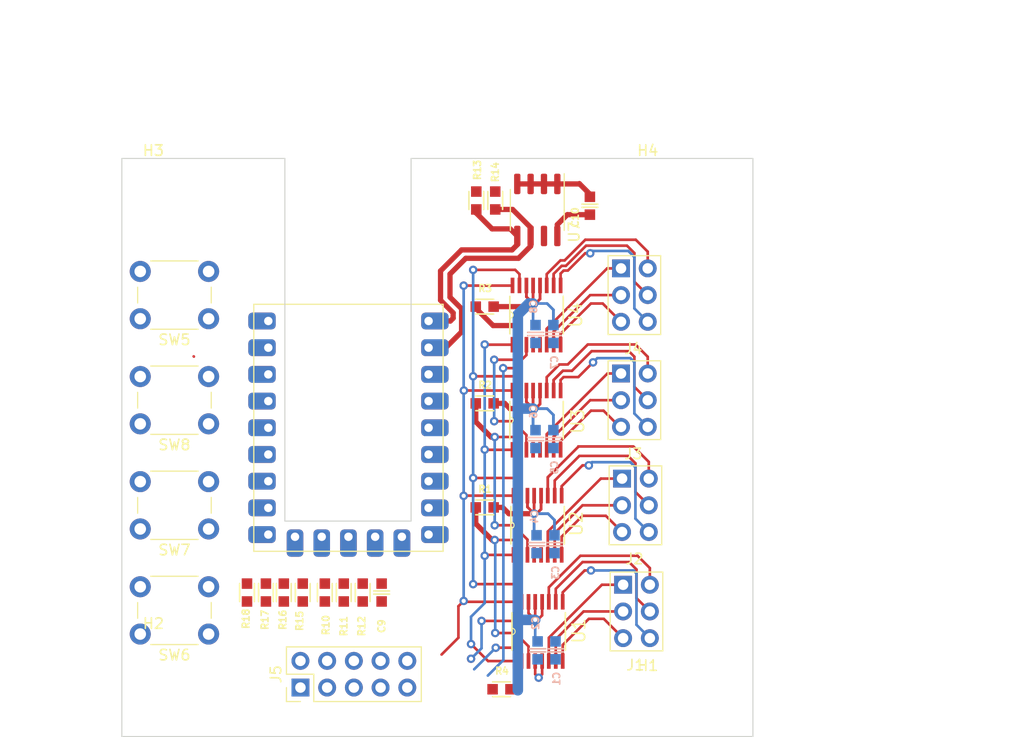
<source format=kicad_pcb>
(kicad_pcb (version 20221018) (generator pcbnew)
  (layers (0 "F.Cu" signal) (31 "B.Cu" signal) (34 "B.Paste" user) (35 "F.Paste" user) (36 "B.SilkS" user "B.Silkscreen") (37 "F.SilkS" user "F.Silkscreen") (38 "B.Mask" user) (39 "F.Mask" user) (44 "Edge.Cuts" user))
  (net 0 "")
  (net 1 "Net-(RZ1-GP29)")
  (net 2 "+3V3")
  (net 3 "Net-(R10-Pad2)")
  (net 4 "GND")
  (net 5 "Net-(RZ1-GP12)")
  (net 6 "Net-(RZ1-GP13)")
  (net 7 "Net-(RZ1-GP14)")
  (net 8 "Net-(RZ1-GP15)")
  (net 10 "/CPU_RP2040-zero/SPI0_TX")
  (net 11 "/CPU_RP2040-zero/SPI0_RX")
  (net 12 "/CPU_RP2040-zero/SPI0_CS")
  (net 13 "/CPU_RP2040-zero/SPI0_SCK")
  (net 14 "/CPU_RP2040-zero/AD_RDY")
  (net 20 "+5V")
  (net 22 "/advark_connector/SCL")
  (net 23 "Net-(U1-B1)")
  (net 24 "Net-(U1-B2)")
  (net 25 "Net-(U1-W1)")
  (net 26 "Net-(U1-W2)")
  (net 27 "Net-(U1-A1)")
  (net 28 "Net-(U1-A2)")
  (net 29 "Net-(U2-B1)")
  (net 30 "Net-(U2-B2)")
  (net 31 "Net-(U2-W1)")
  (net 32 "Net-(U2-W2)")
  (net 33 "Net-(U2-A1)")
  (net 34 "Net-(U2-A2)")
  (net 35 "Net-(U3-B1)")
  (net 36 "Net-(U3-B2)")
  (net 37 "Net-(U3-W1)")
  (net 38 "Net-(U3-W2)")
  (net 39 "Net-(U3-A1)")
  (net 40 "Net-(U3-A2)")
  (net 41 "Net-(U4-B1)")
  (net 42 "Net-(U4-B2)")
  (net 43 "Net-(U4-W1)")
  (net 44 "Net-(U4-W2)")
  (net 45 "Net-(U4-A1)")
  (net 46 "Net-(U4-A2)")
  (net 47 "/AD5235-1/SDO")
  (net 48 "/AD5235-2/SDO")
  (net 49 "/AD5235-3/SDO")
  (net 50 "/advark_connector/SDA")
  (net 51 "/CPU_RP2040-zero/I2C0_SDA")
  (net 52 "/CPU_RP2040-zero/I2C0_SCL")
  (footprint "PCM_4ms_Resistor:R_0603" (layer "F.Cu") (at 97.2 76.3 90)
    (fp_text reference "R15")
    (fp_text value "10k_0603_0.1%" hide)
  )
  (footprint "Button_Switch_THT:SW_PUSH_6mm_H4.3mm" (layer "F.Cu") (at 88.25 80.25 180)
    (fp_text reference "SW6")
    (fp_text value "SW_Push" hide)
  )
  (footprint "PCM_4ms_Capacitor:C_0603" (layer "F.Cu") (at 104.7 76.3 90)
    (fp_text reference "C9")
    (fp_text value "100nF_0603_16V" hide)
  )
  (footprint "Analog:SOP65P640X120-16N" (layer "F.Cu") (at 119.43 49.9 90)
    (fp_text reference "U4")
    (fp_text value "AD5235BRUZ250-R7" hide)
  )
  (footprint "MountingHole:MountingHole_3.2mm_M3_ISO14580" (layer "F.Cu") (at 83 87)
    (fp_text reference "H2")
    (fp_text value "MountingHole" hide)
  )
  (footprint "PCM_4ms_Resistor:R_0603" (layer "F.Cu") (at 99.3 76.3 90)
    (fp_text reference "R10")
    (fp_text value "10k_0603_0.1%" hide)
  )
  (footprint "Analog:SOP65P640X120-16N" (layer "F.Cu") (at 119.53 69.900001 90)
    (fp_text reference "U2")
    (fp_text value "AD5235BRUZ250-R7" hide)
  )
  (footprint "MountingHole:MountingHole_3.2mm_M3_ISO14580" (layer "F.Cu") (at 83 38)
    (fp_text reference "H3")
    (fp_text value "MountingHole" hide)
  )
  (footprint "PCM_4ms_Connector:Pins_2x03_2.54mm_TH" (layer "F.Cu") (at 128.83 68.000001)
    (fp_text reference "J2")
    (fp_text value "Conn_02x03" hide)
  )
  (footprint "PCM_4ms_Capacitor:C_0603" (layer "F.Cu") (at 124.5 39.5 90)
    (fp_text reference "C10")
    (fp_text value "100nF_0603_16V" hide)
  )
  (footprint "PCM_4ms_Resistor:R_0603" (layer "F.Cu") (at 102.9 76.3 90)
    (fp_text reference "R12")
    (fp_text value "10k_0603_0.1%" hide)
  )
  (footprint "PCM_4ms_Connector:Pins_2x03_2.54mm_TH" (layer "F.Cu") (at 128.93 78.100001)
    (fp_text reference "J1")
    (fp_text value "Conn_02x03" hide)
  )
  (footprint "PCM_4ms_Resistor:R_0603" (layer "F.Cu") (at 115.5 39 -90)
    (fp_text reference "R14")
    (fp_text value "4.7k_0603" hide)
  )
  (footprint "PCM_4ms_Resistor:R_0603" (layer "F.Cu") (at 95.4 76.3 90)
    (fp_text reference "R16")
    (fp_text value "10k_0603_0.1%" hide)
  )
  (footprint "Button_Switch_THT:SW_PUSH_6mm_H4.3mm" (layer "F.Cu") (at 88.25 50.25 180)
    (fp_text reference "SW5")
    (fp_text value "SW_Push" hide)
  )
  (footprint "PCM_4ms_Resistor:R_0603" (layer "F.Cu") (at 93.7 76.3 90)
    (fp_text reference "R17")
    (fp_text value "10k_0603_0.1%" hide)
  )
  (footprint "PCM_4ms_Resistor:R_0603" (layer "F.Cu") (at 114.5 49.1 180)
    (fp_text reference "R3")
    (fp_text value "2.2k_0603" hide)
  )
  (footprint "PCM_4ms_Resistor:R_0603" (layer "F.Cu") (at 91.9 76.3 90)
    (fp_text reference "R18")
    (fp_text value "10k_0603_0.1%" hide)
  )
  (footprint "MountingHole:MountingHole_3.2mm_M3_ISO14580" (layer "F.Cu") (at 130 38)
    (fp_text reference "H4")
    (fp_text value "MountingHole" hide)
  )
  (footprint "PCM_4ms_Resistor:R_0603" (layer "F.Cu") (at 116.1 85.5 180)
    (fp_text reference "R4")
    (fp_text value "2.2k_0603" hide)
  )
  (footprint "Button_Switch_THT:SW_PUSH_6mm_H4.3mm" (layer "F.Cu") (at 88.25 60.25 180)
    (fp_text reference "SW8")
    (fp_text value "SW_Push" hide)
  )
  (footprint "Analog:SOP65P640X120-16N" (layer "F.Cu") (at 119.63 80 90)
    (fp_text reference "U1")
    (fp_text value "AD5235BRUZ250-R7" hide)
  )
  (footprint "PCM_4ms_Resistor:R_0603" (layer "F.Cu") (at 113.7 39 -90)
    (fp_text reference "R13")
    (fp_text value "4.7k_0603" hide)
  )
  (footprint "PCM_4ms_Connector:Pins_2x03_2.54mm_TH" (layer "F.Cu") (at 128.73 48)
    (fp_text reference "J4")
    (fp_text value "Conn_02x03" hide)
  )
  (footprint "PCM_4ms_Resistor:R_0603" (layer "F.Cu") (at 101.1 76.3 -90)
    (fp_text reference "R11")
    (fp_text value "10k_0603_0.1%" hide)
  )
  (footprint "Package_SO:SOIC-8_3.9x4.9mm_P1.27mm" (layer "F.Cu") (at 119.5 39.9 -90)
    (fp_text reference "U7")
    (fp_text value "M24C02-WMN" hide)
  )
  (footprint "PCM_4ms_Resistor:R_0603" (layer "F.Cu") (at 114.5 58.3 180)
    (fp_text reference "R2")
    (fp_text value "2.2k_0603" hide)
  )
  (footprint "Button_Switch_THT:SW_PUSH_6mm_H4.3mm" (layer "F.Cu") (at 88.25 70.25 180)
    (fp_text reference "SW7")
    (fp_text value "SW_Push" hide)
  )
  (footprint "Boards:RP2040-Zero" (layer "F.Cu") (at 91.385 73.325)
    (fp_text reference "RZ1")
    (fp_text value "RP2040-Zero" hide)
  )
  (footprint "PCM_4ms_Connector:Pins_2x03_2.54mm_TH" (layer "F.Cu") (at 128.73 58.000001)
    (fp_text reference "J3")
    (fp_text value "Conn_02x03" hide)
  )
  (footprint "Connector_PinHeader_2.54mm:PinHeader_2x05_P2.54mm_Vertical" (layer "F.Cu") (at 96.98 85.34 90)
    (fp_text reference "J5")
    (fp_text value "Conn_02x05_Odd_Even" hide)
  )
  (footprint "MountingHole:MountingHole_3.2mm_M3_ISO14580" (layer "F.Cu") (at 130 87)
    (fp_text reference "H1")
    (fp_text value "MountingHole" hide)
  )
  (footprint "PCM_4ms_Resistor:R_0603" (layer "F.Cu") (at 114.5 68.2 180)
    (fp_text reference "R1")
    (fp_text value "2.2k_0603" hide)
  )
  (footprint "Analog:SOP65P640X120-16N" (layer "F.Cu") (at 119.43 59.900001 90)
    (fp_text reference "U3")
    (fp_text value "AD5235BRUZ250-R7" hide)
  )
  (footprint "PCM_4ms_Capacitor:C_0603" (layer "B.Cu") (at 121.03 61.700001 -90)
    (fp_text reference "C5")
    (fp_text value "100nF_0603_16V" hide)
  )
  (footprint "PCM_4ms_Capacitor:C_0603" (layer "B.Cu") (at 119.330001 51.7 -90)
    (fp_text reference "C8")
    (fp_text value "1uF_0603_25V" hide)
  )
  (footprint "PCM_4ms_Capacitor:C_0603" (layer "B.Cu") (at 119.330001 61.700001 -90)
    (fp_text reference "C6")
    (fp_text value "1uF_0603_25V" hide)
  )
  (footprint "PCM_4ms_Capacitor:C_0603" (layer "B.Cu") (at 121.23 81.8 -90)
    (fp_text reference "C1")
    (fp_text value "100nF_0603_16V" hide)
  )
  (footprint "PCM_4ms_Capacitor:C_0603" (layer "B.Cu") (at 121.03 51.7 -90)
    (fp_text reference "C7")
    (fp_text value "100nF_0603_16V" hide)
  )
  (footprint "PCM_4ms_Capacitor:C_0603" (layer "B.Cu") (at 119.430001 71.700001 -90)
    (fp_text reference "C4")
    (fp_text value "1uF_0603_25V" hide)
  )
  (footprint "PCM_4ms_Capacitor:C_0603" (layer "B.Cu") (at 121.13 71.700001 -90)
    (fp_text reference "C3")
    (fp_text value "100nF_0603_16V" hide)
  )
  (footprint "PCM_4ms_Capacitor:C_0603" (layer "B.Cu") (at 119.53 81.8 -90)
    (fp_text reference "C2")
    (fp_text value "1uF_0603_25V" hide)
  )
  (gr_line (start 95.5 35) (end 80 35) (stroke (width 0.1)) (layer "Edge.Cuts"))
  (gr_line (start 80 35) (end 80 90) (stroke (width 0.1)) (layer "Edge.Cuts"))
  (gr_line (start 95.5 69.5) (end 95.5 35) (stroke (width 0.1)) (layer "Edge.Cuts"))
  (gr_line (start 80 90) (end 140 90) (stroke (width 0.1)) (layer "Edge.Cuts"))
  (gr_line (start 107.5 69.5) (end 107.5 35) (stroke (width 0.1)) (layer "Edge.Cuts"))
  (gr_line (start 95.5 69.5) (end 107.5 69.5) (stroke (width 0.1)) (layer "Edge.Cuts"))
  (gr_line (start 140 90) (end 140 35) (stroke (width 0.1)) (layer "Edge.Cuts"))
  (gr_line (start 140 35) (end 107.5 35) (stroke (width 0.1)) (layer "Edge.Cuts"))
  (segment (start 121.405 41.295) (end 122.35 40.35) (width 0.5) (layer "F.Cu") (net 2))
  (segment (start 121.405 42.375) (end 121.405 41.295) (width 0.5) (layer "F.Cu") (net 2))
  (segment (start 122.35 40.35) (end 124.5 40.35) (width 0.5) (layer "F.Cu") (net 2))
  (segment (start 119.9602 84.0698) (end 119.63 84.4) (width 0.25) (layer "F.Cu") (net 4))
  (segment (start 119.2998 84.0698) (end 119.63 84.4) (width 0.25) (layer "F.Cu") (net 4))
  (segment (start 124.5 38.4) (end 124.5 38.65) (width 0.5) (layer "F.Cu") (net 4))
  (segment (start 119.2998 82.8194) (end 119.2998 84.0698) (width 0.25) (layer "F.Cu") (net 4))
  (segment (start 117.595 37.425) (end 123.475 37.425) (width 0.5) (layer "F.Cu") (net 4))
  (segment (start 123.5 37.4) (end 124.5 38.4) (width 0.5) (layer "F.Cu") (net 4))
  (segment (start 123.475 37.425) (end 123.5 37.4) (width 0.5) (layer "F.Cu") (net 4))
  (segment (start 119.9602 82.8194) (end 119.9602 84.0698) (width 0.25) (layer "F.Cu") (net 4))
  (via (at 119.63 84.4) (size 0.8) (drill 0.4) (layers "F.Cu" "B.Cu") (net 4))
  (segment (start 117.2208 54.95) (end 116.25 54.95) (width 0.25) (layer "F.Cu") (net 10))
  (segment (start 118.4648 52.7194) (end 118.4648 53.706) (width 0.25) (layer "F.Cu") (net 10))
  (segment (start 116.25 54.95) (end 116.3 54.95) (width 0.25) (layer "F.Cu") (net 10))
  (segment (start 118.4648 53.706) (end 117.2208 54.95) (width 0.25) (layer "F.Cu") (net 10))
  (via (at 116.25 54.95) (size 0.8) (drill 0.4) (layers "F.Cu" "B.Cu") (net 10))
  (segment (start 116.25 54.95) (end 116.275 54.975) (width 0.25) (layer "B.Cu") (net 10))
  (segment (start 116.275 54.975) (end 116.275 82.725) (width 0.25) (layer "B.Cu") (net 10))
  (segment (start 116.275 82.725) (end 114.8 84.2) (width 0.25) (layer "B.Cu") (net 10))
  (segment (start 117.7216 81.55) (end 115.55 81.55) (width 0.25) (layer "F.Cu") (net 11))
  (segment (start 118.0044 82.8194) (end 118.0044 81.8328) (width 0.25) (layer "F.Cu") (net 11))
  (segment (start 118.0044 81.8328) (end 117.7216 81.55) (width 0.25) (layer "F.Cu") (net 11))
  (via (at 115.55 81.55) (size 0.8) (drill 0.4) (layers "F.Cu" "B.Cu") (net 11))
  (segment (start 115.55 81.55) (end 113.5 83.6) (width 0.25) (layer "B.Cu") (net 11))
  (segment (start 113.4 75.5) (end 117.6 75.5) (width 0.25) (layer "F.Cu") (net 12))
  (segment (start 118.0044 75.9044) (end 118.0044 77.1806) (width 0.25) (layer "F.Cu") (net 12))
  (segment (start 113 82.8) (end 113.2 82.6) (width 0.25) (layer "F.Cu") (net 12))
  (segment (start 117.352799 55.725) (end 117.8044 56.176601) (width 0.25) (layer "F.Cu") (net 12))
  (segment (start 113.4 45.6) (end 117.4 45.6) (width 0.25) (layer "F.Cu") (net 12))
  (segment (start 117.210399 65.4) (end 117.9044 66.094001) (width 0.25) (layer "F.Cu") (net 12))
  (segment (start 113.375 55.725) (end 113.2 55.9) (width 0.25) (layer "F.Cu") (net 12))
  (segment (start 117.8044 46.0044) (end 117.8044 47.0806) (width 0.25) (layer "F.Cu") (net 12))
  (segment (start 113.4 55.725) (end 113.375 55.725) (width 0.25) (layer "F.Cu") (net 12))
  (segment (start 118.0044 77.1806) (end 118.0044 78.3956) (width 0.25) (layer "F.Cu") (net 12))
  (segment (start 117.8044 56.176601) (end 117.8044 57.080601) (width 0.25) (layer "F.Cu") (net 12))
  (segment (start 117.9044 66.094001) (end 117.9044 67.080601) (width 0.25) (layer "F.Cu") (net 12))
  (segment (start 117.4 79) (end 114.2 79) (width 0.25) (layer "F.Cu") (net 12))
  (segment (start 113.4 65.4) (end 117.210399 65.4) (width 0.25) (layer "F.Cu") (net 12))
  (segment (start 117.4 45.6) (end 117.8044 46.0044) (width 0.25) (layer "F.Cu") (net 12))
  (segment (start 118.0044 78.3956) (end 117.4 79) (width 0.25) (layer "F.Cu") (net 12))
  (segment (start 113.4 55.725) (end 117.352799 55.725) (width 0.25) (layer "F.Cu") (net 12))
  (segment (start 117.6 75.5) (end 118.0044 75.9044) (width 0.25) (layer "F.Cu") (net 12))
  (via (at 113.4 55.725) (size 0.8) (drill 0.4) (layers "F.Cu" "B.Cu") (net 12))
  (via (at 114.2 79) (size 0.8) (drill 0.4) (layers "F.Cu" "B.Cu") (net 12))
  (via (at 113.2 82.6) (size 0.8) (drill 0.4) (layers "F.Cu" "B.Cu") (net 12))
  (via (at 113.4 75.5) (size 0.8) (drill 0.4) (layers "F.Cu" "B.Cu") (net 12))
  (via (at 113.4 65.4) (size 0.8) (drill 0.4) (layers "F.Cu" "B.Cu") (net 12))
  (via (at 113.4 45.6) (size 0.8) (drill 0.4) (layers "F.Cu" "B.Cu") (net 12))
  (segment (start 114.2 79) (end 114.2 81.6) (width 0.25) (layer "B.Cu") (net 12))
  (segment (start 113.4 75.5) (end 113.4 55.725) (width 0.25) (layer "B.Cu") (net 12))
  (segment (start 114.2 81.6) (end 113.2 82.6) (width 0.25) (layer "B.Cu") (net 12))
  (segment (start 113.4 45.6) (end 113.4 55.725) (width 0.25) (layer "B.Cu") (net 12))
  (segment (start 114.8194 82.8194) (end 117.344 82.8194) (width 0.25) (layer "F.Cu") (net 13))
  (segment (start 114.580599 72.719401) (end 117.244 72.719401) (width 0.25) (layer "F.Cu") (net 13))
  (segment (start 113.2 81.2) (end 114.8194 82.8194) (width 0.25) (layer "F.Cu") (net 13))
  (segment (start 114.5 72.8) (end 114.580599 72.719401) (width 0.25) (layer "F.Cu") (net 13))
  (segment (start 114.519401 62.719401) (end 117.144 62.719401) (width 0.25) (layer "F.Cu") (net 13))
  (segment (start 114.5194 52.7194) (end 114.5 52.7) (width 0.25) (layer "F.Cu") (net 13))
  (segment (start 114.5 62.7) (end 114.519401 62.719401) (width 0.25) (layer "F.Cu") (net 13))
  (segment (start 117.144 52.7194) (end 114.5194 52.7194) (width 0.25) (layer "F.Cu") (net 13))
  (via (at 113.2 81.2) (size 0.8) (drill 0.4) (layers "F.Cu" "B.Cu") (net 13))
  (via (at 114.5 52.7) (size 0.8) (drill 0.4) (layers "F.Cu" "B.Cu") (net 13))
  (via (at 114.5 72.8) (size 0.8) (drill 0.4) (layers "F.Cu" "B.Cu") (net 13))
  (via (at 114.5 62.7) (size 0.8) (drill 0.4) (layers "F.Cu" "B.Cu") (net 13))
  (segment (start 114.5 77.3) (end 114.5 72.8) (width 0.25) (layer "B.Cu") (net 13))
  (segment (start 114.5 62.7) (end 114.5 72.8) (width 0.25) (layer "B.Cu") (net 13))
  (segment (start 113.2 81.2) (end 113.2 78.6) (width 0.25) (layer "B.Cu") (net 13))
  (segment (start 113.2 78.6) (end 114.5 77.3) (width 0.25) (layer "B.Cu") (net 13))
  (segment (start 114.5 52.7) (end 114.5 62.7) (width 0.25) (layer "B.Cu") (net 13))
  (segment (start 112.519399 67.080601) (end 112.5 67.1) (width 0.25) (layer "F.Cu") (net 14))
  (segment (start 117.244 67.080601) (end 112.519399 67.080601) (width 0.25) (layer "F.Cu") (net 14))
  (segment (start 117.144 47.0806) (end 117.1246 47.1) (width 0.25) (layer "F.Cu") (net 14))
  (segment (start 112.519399 57.080601) (end 117.144 57.080601) (width 0.25) (layer "F.Cu") (net 14))
  (segment (start 112.5806 77.1806) (end 112.5 77.1) (width 0.25) (layer "F.Cu") (net 14))
  (segment (start 117.1246 47.1) (end 112.5 47.1) (width 0.25) (layer "F.Cu") (net 14))
  (segment (start 112 80.6) (end 110.4 82.2) (width 0.25) (layer "F.Cu") (net 14))
  (segment (start 112.5 77.1) (end 112 77.6) (width 0.25) (layer "F.Cu") (net 14))
  (segment (start 86.8306 53.8306) (end 86.85 53.85) (width 0.25) (layer "F.Cu") (net 14))
  (segment (start 112 77.6) (end 112 80.6) (width 0.25) (layer "F.Cu") (net 14))
  (segment (start 117.344 77.1806) (end 112.5806 77.1806) (width 0.25) (layer "F.Cu") (net 14))
  (via (at 112.519399 57.080601) (size 0.8) (drill 0.4) (layers "F.Cu" "B.Cu") (net 14))
  (via (at 112.5 77.1) (size 0.8) (drill 0.4) (layers "F.Cu" "B.Cu") (net 14))
  (via (at 112.5 67.1) (size 0.8) (drill 0.4) (layers "F.Cu" "B.Cu") (net 14))
  (via (at 112.5 47.1) (size 0.8) (drill 0.4) (layers "F.Cu" "B.Cu") (net 14))
  (segment (start 112.5 47.1) (end 112.5 57.061202) (width 0.25) (layer "B.Cu") (net 14))
  (segment (start 112.519399 57.080601) (end 112.5 57.1) (width 0.25) (layer "B.Cu") (net 14))
  (segment (start 112.5 57.061202) (end 112.519399 57.080601) (width 0.25) (layer "B.Cu") (net 14))
  (segment (start 112.5 67.1) (end 112.5 77.1) (width 0.25) (layer "B.Cu") (net 14))
  (segment (start 112.5 57.1) (end 112.5 67.1) (width 0.25) (layer "B.Cu") (net 14))
  (segment (start 119.0998 58.800001) (end 118.4648 58.165001) (width 0.25) (layer "F.Cu") (net 20))
  (segment (start 119.1998 68.800001) (end 119.43 68.800001) (width 0.25) (layer "F.Cu") (net 20))
  (segment (start 119.0998 48.8) (end 119.0998 47.0806) (width 0.25) (layer "F.Cu") (net 20))
  (segment (start 119.0998 58.800001) (end 119.0998 57.080601) (width 0.25) (layer "F.Cu") (net 20))
  (segment (start 119.1998 68.800001) (end 118.5648 68.165001) (width 0.25) (layer "F.Cu") (net 20))
  (segment (start 119.2998 78.9) (end 119.2998 77.1806) (width 0.25) (layer "F.Cu") (net 20))
  (segment (start 119.7602 58.369801) (end 119.7602 57.080601) (width 0.25) (layer "F.Cu") (net 20))
  (segment (start 118.4648 48.165) (end 118.4648 47.0806) (width 0.25) (layer "F.Cu") (net 20))
  (segment (start 118.4648 48.165) (end 118.4648 47.0806) (width 0.25) (layer "F.Cu") (net 20))
  (segment (start 115.35 58.3) (end 116.4 58.3) (width 0.5) (layer "F.Cu") (net 20))
  (segment (start 119.0998 48.8) (end 118.4648 48.165) (width 0.25) (layer "F.Cu") (net 20))
  (segment (start 119.7602 48.3698) (end 119.7602 47.0806) (width 0.25) (layer "F.Cu") (net 20))
  (segment (start 115.35 49.1) (end 118.7998 49.1) (width 0.5) (layer "F.Cu") (net 20))
  (segment (start 116.4 58.3) (end 116.9 58.8) (width 0.5) (layer "F.Cu") (net 20))
  (segment (start 118.4648 58.165001) (end 118.4648 57.080601) (width 0.25) (layer "F.Cu") (net 20))
  (segment (start 116.2 68.2) (end 116.8 68.8) (width 0.5) (layer "F.Cu") (net 20))
  (segment (start 118.7998 49.1) (end 119.0998 48.8) (width 0.5) (layer "F.Cu") (net 20))
  (segment (start 118.999801 58.9) (end 119.0998 58.800001) (width 0.25) (layer "F.Cu") (net 20))
  (segment (start 119.0998 58.800001) (end 119.33 58.800001) (width 0.25) (layer "F.Cu") (net 20))
  (segment (start 119.33 58.800001) (end 119.7602 58.369801) (width 0.25) (layer "F.Cu") (net 20))
  (segment (start 119.0998 58.800001) (end 119.0998 57.080601) (width 0.25) (layer "F.Cu") (net 20))
  (segment (start 119.1998 68.800001) (end 119.1998 67.080601) (width 0.25) (layer "F.Cu") (net 20))
  (segment (start 119.1998 68.800001) (end 119.43 68.800001) (width 0.25) (layer "F.Cu") (net 20))
  (segment (start 119.33 48.8) (end 119.7602 48.3698) (width 0.25) (layer "F.Cu") (net 20))
  (segment (start 119.0998 48.8) (end 119.33 48.8) (width 0.25) (layer "F.Cu") (net 20))
  (segment (start 119.0998 48.8) (end 119.0998 47.0806) (width 0.25) (layer "F.Cu") (net 20))
  (segment (start 119.7602 58.369801) (end 119.7602 57.080601) (width 0.25) (layer "F.Cu") (net 20))
  (segment (start 118.6648 78.265) (end 118.6648 77.1806) (width 0.25) (layer "F.Cu") (net 20))
  (segment (start 119.9602 78.4698) (end 119.9602 77.1806) (width 0.25) (layer "F.Cu") (net 20))
  (segment (start 119.33 58.800001) (end 119.7602 58.369801) (width 0.25) (layer "F.Cu") (net 20))
  (segment (start 119.2998 78.9) (end 119.53 78.9) (width 0.25) (layer "F.Cu") (net 20))
  (segment (start 116.8 68.8) (end 119.1998 68.800001) (width 0.5) (layer "F.Cu") (net 20))
  (segment (start 119.43 68.800001) (end 119.8602 68.369801) (width 0.25) (layer "F.Cu") (net 20))
  (segment (start 118.5648 68.165001) (end 118.5648 67.080601) (width 0.25) (layer "F.Cu") (net 20))
  (segment (start 119.8602 68.369801) (end 119.8602 67.080601) (width 0.25) (layer "F.Cu") (net 20))
  (segment (start 119.7602 48.3698) (end 119.7602 47.0806) (width 0.25) (layer "F.Cu") (net 20))
  (segment (start 119.33 48.8) (end 119.7602 48.3698) (width 0.25) (layer "F.Cu") (net 20))
  (segment (start 119.43 68.800001) (end 119.8602 68.369801) (width 0.25) (layer "F.Cu") (net 20))
  (segment (start 119.1998 68.800001) (end 119.1998 67.080601) (width 0.25) (layer "F.Cu") (net 20))
  (segment (start 119.0998 48.8) (end 119.33 48.8) (width 0.25) (layer "F.Cu") (net 20))
  (segment (start 118.4648 58.165001) (end 118.4648 57.080601) (width 0.25) (layer "F.Cu") (net 20))
  (segment (start 119.0998 58.800001) (end 119.33 58.800001) (width 0.25) (layer "F.Cu") (net 20))
  (segment (start 119.53 78.9) (end 119.9602 78.4698) (width 0.25) (layer "F.Cu") (net 20))
  (segment (start 116.9 58.8) (end 119.0998 58.800001) (width 0.5) (layer "F.Cu") (net 20))
  (segment (start 119.0998 58.800001) (end 118.4648 58.165001) (width 0.25) (layer "F.Cu") (net 20))
  (segment (start 119.8602 68.369801) (end 119.8602 67.080601) (width 0.25) (layer "F.Cu") (net 20))
  (segment (start 119.0998 48.8) (end 118.4648 48.165) (width 0.25) (layer "F.Cu") (net 20))
  (segment (start 119.2998 78.9) (end 118.6648 78.265) (width 0.25) (layer "F.Cu") (net 20))
  (segment (start 119.1998 68.800001) (end 118.5648 68.165001) (width 0.25) (layer "F.Cu") (net 20))
  (segment (start 115.35 68.2) (end 116.2 68.2) (width 0.5) (layer "F.Cu") (net 20))
  (segment (start 118.5648 68.165001) (end 118.5648 67.080601) (width 0.25) (layer "F.Cu") (net 20))
  (via (at 119.0998 48.8) (size 0.8) (drill 0.4) (layers "F.Cu" "B.Cu") (net 20))
  (via (at 119.0998 58.800001) (size 0.8) (drill 0.4) (layers "F.Cu" "B.Cu") (net 20))
  (via (at 119.2998 78.9) (size 0.8) (drill 0.4) (layers "F.Cu" "B.Cu") (net 20))
  (via (at 119.0998 58.800001) (size 0.8) (drill 0.4) (layers "F.Cu" "B.Cu") (net 20))
  (via (at 119.1998 68.800001) (size 0.8) (drill 0.4) (layers "F.Cu" "B.Cu") (net 20))
  (via (at 119.0998 48.8) (size 0.8) (drill 0.4) (layers "F.Cu" "B.Cu") (net 20))
  (via (at 119.1998 68.800001) (size 0.8) (drill 0.4) (layers "F.Cu" "B.Cu") (net 20))
  (segment (start 119.0998 48.8) (end 119.0998 50.6198) (width 0.25) (layer "B.Cu") (net 20))
  (segment (start 117.65 79.2) (end 117.95 78.9) (width 1) (layer "B.Cu") (net 20))
  (segment (start 119.1998 68.800001) (end 120.53 68.800001) (width 0.25) (layer "B.Cu") (net 20))
  (segment (start 121.13 69.400001) (end 121.13 70.850001) (width 0.25) (layer "B.Cu") (net 20))
  (segment (start 119.0998 48.8) (end 118.7 48.8) (width 1) (layer "B.Cu") (net 20))
  (segment (start 120.43 58.800001) (end 121.03 59.400001) (width 0.25) (layer "B.Cu") (net 20))
  (segment (start 121.03 59.400001) (end 121.03 60.850001) (width 0.25) (layer "B.Cu") (net 20))
  (segment (start 120.53 68.800001) (end 121.13 69.400001) (width 0.25) (layer "B.Cu") (net 20))
  (segment (start 119.0998 60.619801) (end 119.33 60.850001) (width 0.25) (layer "B.Cu") (net 20))
  (segment (start 119.0998 48.8) (end 120.43 48.8) (width 0.25) (layer "B.Cu") (net 20))
  (segment (start 120.43 58.800001) (end 121.03 59.400001) (width 0.25) (layer "B.Cu") (net 20))
  (segment (start 117.65 79.2) (end 117.65 85.6) (width 1) (layer "B.Cu") (net 20))
  (segment (start 119.0998 50.6198) (end 119.33 50.85) (width 0.25) (layer "B.Cu") (net 20))
  (segment (start 119.1998 70.619801) (end 119.43 70.850001) (width 0.25) (layer "B.Cu") (net 20))
  (segment (start 119.1998 68.800001) (end 119.1998 70.619801) (width 0.25) (layer "B.Cu") (net 20))
  (segment (start 119.0998 60.619801) (end 119.33 60.850001) (width 0.25) (layer "B.Cu") (net 20))
  (segment (start 119.2998 80.7198) (end 119.53 80.95) (width 0.25) (layer "B.Cu") (net 20))
  (segment (start 117.65 49.85) (end 117.65 58.8) (width 1) (layer "B.Cu") (net 20))
  (segment (start 121.03 49.4) (end 121.03 50.85) (width 0.25) (layer "B.Cu") (net 20))
  (segment (start 121.13 69.400001) (end 121.13 70.850001) (width 0.25) (layer "B.Cu") (net 20))
  (segment (start 119.0998 50.6198) (end 119.33 50.85) (width 0.25) (layer "B.Cu") (net 20))
  (segment (start 117.95 78.9) (end 119.2998 78.9) (width 1) (layer "B.Cu") (net 20))
  (segment (start 119.0998 58.800001) (end 119.0998 60.619801) (width 0.25) (layer "B.Cu") (net 20))
  (segment (start 120.43 48.8) (end 121.03 49.4) (width 0.25) (layer "B.Cu") (net 20))
  (segment (start 117.65 58.8) (end 117.65 79.2) (width 1) (layer "B.Cu") (net 20))
  (segment (start 120.43 48.8) (end 121.03 49.4) (width 0.25) (layer "B.Cu") (net 20))
  (segment (start 119.1998 68.800001) (end 120.53 68.800001) (width 0.25) (layer "B.Cu") (net 20))
  (segment (start 119.0998 58.800001) (end 120.43 58.800001) (width 0.25) (layer "B.Cu") (net 20))
  (segment (start 119.2998 78.9) (end 119.2998 80.7198) (width 0.25) (layer "B.Cu") (net 20))
  (segment (start 118.7 48.8) (end 117.65 49.85) (width 1) (layer "B.Cu") (net 20))
  (segment (start 121.03 49.4) (end 121.03 50.85) (width 0.25) (layer "B.Cu") (net 20))
  (segment (start 117.65 58.8) (end 119.099799 58.8) (width 1) (layer "B.Cu") (net 20))
  (segment (start 119.099799 58.8) (end 119.0998 58.800001) (width 1) (layer "B.Cu") (net 20))
  (segment (start 121.03 59.400001) (end 121.03 60.850001) (width 0.25) (layer "B.Cu") (net 20))
  (segment (start 119.1998 68.800001) (end 119.1998 70.619801) (width 0.25) (layer "B.Cu") (net 20))
  (segment (start 120.53 68.800001) (end 121.13 69.400001) (width 0.25) (layer "B.Cu") (net 20))
  (segment (start 119.0998 58.800001) (end 120.43 58.800001) (width 0.25) (layer "B.Cu") (net 20))
  (segment (start 119.1998 70.619801) (end 119.43 70.850001) (width 0.25) (layer "B.Cu") (net 20))
  (segment (start 119.0998 58.800001) (end 119.0998 60.619801) (width 0.25) (layer "B.Cu") (net 20))
  (segment (start 125.819999 78.8) (end 127.66 80.640001) (width 0.25) (layer "F.Cu") (net 23))
  (segment (start 121.916 81.284) (end 124.4 78.8) (width 0.25) (layer "F.Cu") (net 23))
  (segment (start 124.4 78.8) (end 125.819999 78.8) (width 0.25) (layer "F.Cu") (net 23))
  (segment (start 121.916 82.8194) (end 121.916 81.284) (width 0.25) (layer "F.Cu") (net 23))
  (segment (start 121.916 76.284) (end 124 74.2) (width 0.25) (layer "F.Cu") (net 24))
  (segment (start 124 74.2) (end 124.6 74.2) (width 0.25) (layer "F.Cu") (net 24))
  (segment (start 121.916 77.1806) (end 121.916 76.284) (width 0.25) (layer "F.Cu") (net 24))
  (via (at 124.6 74.2) (size 0.8) (drill 0.4) (layers "F.Cu" "B.Cu") (net 24))
  (segment (start 128.93 74.480001) (end 128.649999 74.2) (width 0.25) (layer "B.Cu") (net 24))
  (segment (start 124.4 74.2) (end 124.4 74.2) (width 0.25) (layer "B.Cu") (net 24))
  (segment (start 128.649999 74.2) (end 124.6 74.2) (width 0.25) (layer "B.Cu") (net 24))
  (segment (start 128.93 79.370001) (end 128.93 74.480001) (width 0.25) (layer "B.Cu") (net 24))
  (segment (start 124.6 74.2) (end 124.4 74.2) (width 0.25) (layer "B.Cu") (net 24))
  (segment (start 130.2 80.640001) (end 128.93 79.370001) (width 0.25) (layer "B.Cu") (net 24))
  (segment (start 121.2556 82.8194) (end 121.2556 80.7444) (width 0.25) (layer "F.Cu") (net 25))
  (segment (start 123.899999 78.100001) (end 127.66 78.100001) (width 0.25) (layer "F.Cu") (net 25))
  (segment (start 121.2556 80.7444) (end 123.899999 78.100001) (width 0.25) (layer "F.Cu") (net 25))
  (segment (start 128.93 74.100001) (end 128.23 73.400001) (width 0.25) (layer "F.Cu") (net 26))
  (segment (start 128.23 73.400001) (end 123.799999 73.400001) (width 0.25) (layer "F.Cu") (net 26))
  (segment (start 128.93 76.830001) (end 128.93 74.100001) (width 0.25) (layer "F.Cu") (net 26))
  (segment (start 123.799999 73.400001) (end 121.2556 75.9444) (width 0.25) (layer "F.Cu") (net 26))
  (segment (start 130.2 78.100001) (end 128.93 76.830001) (width 0.25) (layer "F.Cu") (net 26))
  (segment (start 121.2556 75.9444) (end 121.2556 77.1806) (width 0.25) (layer "F.Cu") (net 26))
  (segment (start 120.5952 82.8194) (end 120.5952 80.6048) (width 0.25) (layer "F.Cu") (net 27))
  (segment (start 127.66 75.560001) (end 127.66 75.870001) (width 0.25) (layer "F.Cu") (net 27))
  (segment (start 125.639999 75.560001) (end 127.66 75.560001) (width 0.25) (layer "F.Cu") (net 27))
  (segment (start 120.5952 80.6048) (end 125.639999 75.560001) (width 0.25) (layer "F.Cu") (net 27))
  (segment (start 130.2 75.560001) (end 130.2 73.970001) (width 0.25) (layer "F.Cu") (net 28))
  (segment (start 129.03 72.800001) (end 123.599999 72.800001) (width 0.25) (layer "F.Cu") (net 28))
  (segment (start 130.2 73.970001) (end 129.03 72.800001) (width 0.25) (layer "F.Cu") (net 28))
  (segment (start 123.599999 72.800001) (end 120.5952 75.8048) (width 0.25) (layer "F.Cu") (net 28))
  (segment (start 120.5952 75.8048) (end 120.5952 77.1806) (width 0.25) (layer "F.Cu") (net 28))
  (segment (start 123.8 69) (end 121.816 70.984) (width 0.25) (layer "F.Cu") (net 29))
  (segment (start 121.816 70.984) (end 121.816 72.719401) (width 0.25) (layer "F.Cu") (net 29))
  (segment (start 126.019999 69) (end 123.8 69) (width 0.25) (layer "F.Cu") (net 29))
  (segment (start 127.56 70.540001) (end 126.019999 69) (width 0.25) (layer "F.Cu") (net 29))
  (segment (start 124.4 64.2) (end 123.8 64.2) (width 0.25) (layer "F.Cu") (net 30))
  (segment (start 121.816 66.184) (end 121.816 67.080601) (width 0.25) (layer "F.Cu") (net 30))
  (segment (start 123.8 64.2) (end 121.816 66.184) (width 0.25) (layer "F.Cu") (net 30))
  (via (at 124.4 64.2) (size 0.8) (drill 0.4) (layers "F.Cu" "B.Cu") (net 30))
  (via (at 124.4 64.2) (size 0.8) (drill 0.4) (layers "F.Cu" "B.Cu") (net 30))
  (segment (start 128.83 69.270002) (end 130.1 70.540002) (width 0.25) (layer "B.Cu") (net 30))
  (segment (start 124.4 64.2) (end 124.699998 63.900002) (width 0.25) (layer "B.Cu") (net 30))
  (segment (start 128.83 64.380002) (end 128.83 69.270002) (width 0.25) (layer "B.Cu") (net 30))
  (segment (start 128.35 63.900002) (end 128.83 64.380002) (width 0.25) (layer "B.Cu") (net 30))
  (segment (start 124.699998 63.900002) (end 128.35 63.900002) (width 0.25) (layer "B.Cu") (net 30))
  (segment (start 123.799999 68.000001) (end 127.56 68.000001) (width 0.25) (layer "F.Cu") (net 31))
  (segment (start 121.1556 70.6444) (end 123.799999 68.000001) (width 0.25) (layer "F.Cu") (net 31))
  (segment (start 121.1556 72.719401) (end 121.1556 70.6444) (width 0.25) (layer "F.Cu") (net 31))
  (segment (start 121.1556 65.6444) (end 123.499998 63.300002) (width 0.25) (layer "F.Cu") (net 32))
  (segment (start 128.83 66.730002) (end 130.1 68.000002) (width 0.25) (layer "F.Cu") (net 32))
  (segment (start 128.83 64.000002) (end 128.83 66.730002) (width 0.25) (layer "F.Cu") (net 32))
  (segment (start 121.1556 67.080601) (end 121.1556 65.6444) (width 0.25) (layer "F.Cu") (net 32))
  (segment (start 123.499998 63.300002) (end 128.13 63.300002) (width 0.25) (layer "F.Cu") (net 32))
  (segment (start 128.13 63.300002) (end 128.83 64.000002) (width 0.25) (layer "F.Cu") (net 32))
  (segment (start 125.539999 65.460001) (end 120.4952 70.5048) (width 0.25) (layer "F.Cu") (net 33))
  (segment (start 127.56 65.460002) (end 127.56 65.770002) (width 0.25) (layer "F.Cu") (net 33))
  (segment (start 127.56 65.460001) (end 125.539999 65.460001) (width 0.25) (layer "F.Cu") (net 33))
  (segment (start 127.56 65.460002) (end 127.56 65.770002) (width 0.25) (layer "F.Cu") (net 33))
  (segment (start 120.4952 70.5048) (end 120.4952 72.719401) (width 0.25) (layer "F.Cu") (net 33))
  (segment (start 128.629998 62.4) (end 130.1 63.870002) (width 0.25) (layer "F.Cu") (net 34))
  (segment (start 123.4 62.430001) (end 123.4 62.4) (width 0.25) (layer "F.Cu") (net 34))
  (segment (start 130.1 63.870002) (end 130.1 65.460002) (width 0.25) (layer "F.Cu") (net 34))
  (segment (start 123.4 62.4) (end 128.629998 62.4) (width 0.25) (layer "F.Cu") (net 34))
  (segment (start 121.13 64.700001) (end 120.4952 65.334801) (width 0.25) (layer "F.Cu") (net 34))
  (segment (start 120.4952 67.080601) (end 120.4952 65.334801) (width 0.25) (layer "F.Cu") (net 34))
  (segment (start 120.4952 65.334801) (end 120.4952 67.080601) (width 0.25) (layer "F.Cu") (net 34))
  (segment (start 120.4952 65.334801) (end 123.4 62.430001) (width 0.25) (layer "F.Cu") (net 34))
  (segment (start 127.46 60.66) (end 125.8 59) (width 0.25) (layer "F.Cu") (net 35))
  (segment (start 121.716 61.884) (end 121.716 62.719401) (width 0.25) (layer "F.Cu") (net 35))
  (segment (start 125.8 59) (end 124.6 59) (width 0.25) (layer "F.Cu") (net 35))
  (segment (start 124.6 59) (end 121.716 61.884) (width 0.25) (layer "F.Cu") (net 35))
  (segment (start 121.716 57.080601) (end 121.716 56.084) (width 0.25) (layer "F.Cu") (net 36))
  (segment (start 121.716 56.084) (end 122 55.8) (width 0.25) (layer "F.Cu") (net 36))
  (segment (start 121.716 56.814001) (end 121.716 57.080601) (width 0.25) (layer "F.Cu") (net 36))
  (segment (start 123.4 55.8) (end 124.8 54.4) (width 0.25) (layer "F.Cu") (net 36))
  (segment (start 122 55.8) (end 123.4 55.8) (width 0.25) (layer "F.Cu") (net 36))
  (via (at 124.8 54.4) (size 0.8) (drill 0.4) (layers "F.Cu" "B.Cu") (net 36))
  (segment (start 128.73 54.380002) (end 128.349998 54) (width 0.25) (layer "B.Cu") (net 36))
  (segment (start 130 60.540002) (end 128.73 59.270002) (width 0.25) (layer "B.Cu") (net 36))
  (segment (start 128.349998 54) (end 125.2 54) (width 0.25) (layer "B.Cu") (net 36))
  (segment (start 128.73 59.270002) (end 128.73 54.380002) (width 0.25) (layer "B.Cu") (net 36))
  (segment (start 124.8 54.4) (end 124.8 54.2) (width 0.25) (layer "B.Cu") (net 36))
  (segment (start 125.2 54) (end 124.8 54.4) (width 0.25) (layer "B.Cu") (net 36))
  (segment (start 124.53 58.000001) (end 127.46 58.000001) (width 0.25) (layer "F.Cu") (net 37))
  (segment (start 121.23 61.300001) (end 121.0556 61.474401) (width 0.25) (layer "F.Cu") (net 37))
  (segment (start 121.0556 61.474401) (end 121.0556 62.719401) (width 0.25) (layer "F.Cu") (net 37))
  (segment (start 121.0556 61.474401) (end 121.0556 62.719401) (width 0.25) (layer "F.Cu") (net 37))
  (segment (start 121.0556 61.474401) (end 124.53 58.000001) (width 0.25) (layer "F.Cu") (net 37))
  (segment (start 121.0556 57.080601) (end 121.0556 56.074401) (width 0.25) (layer "F.Cu") (net 38))
  (segment (start 121.930001 55.2) (end 121.0556 56.074401) (width 0.25) (layer "F.Cu") (net 38))
  (segment (start 128.73 53.865001) (end 128.2 53.335001) (width 0.25) (layer "F.Cu") (net 38))
  (segment (start 128.2 53.335001) (end 124.664999 53.335001) (width 0.25) (layer "F.Cu") (net 38))
  (segment (start 121.0556 56.074401) (end 121.0556 57.080601) (width 0.25) (layer "F.Cu") (net 38))
  (segment (start 130 58.000002) (end 128.73 56.730002) (width 0.25) (layer "F.Cu") (net 38))
  (segment (start 128.73 56.730002) (end 128.73 53.865001) (width 0.25) (layer "F.Cu") (net 38))
  (segment (start 122.8 55.2) (end 121.930001 55.2) (width 0.25) (layer "F.Cu") (net 38))
  (segment (start 124.664999 53.335001) (end 122.8 55.2) (width 0.25) (layer "F.Cu") (net 38))
  (segment (start 121.0556 56.074401) (end 121.83 55.300001) (width 0.25) (layer "F.Cu") (net 38))
  (segment (start 120.3952 61.234801) (end 120.3952 62.719401) (width 0.25) (layer "F.Cu") (net 39))
  (segment (start 127.46 55.460001) (end 126.17 55.460001) (width 0.25) (layer "F.Cu") (net 39))
  (segment (start 126.17 55.460001) (end 120.3952 61.234801) (width 0.25) (layer "F.Cu") (net 39))
  (segment (start 127.46 55.460002) (end 127.46 55.770002) (width 0.25) (layer "F.Cu") (net 39))
  (segment (start 124.299998 52.700002) (end 122.4 54.6) (width 0.25) (layer "F.Cu") (net 40))
  (segment (start 128.83 52.700002) (end 124.299998 52.700002) (width 0.25) (layer "F.Cu") (net 40))
  (segment (start 130 55.460002) (end 130 53.870002) (width 0.25) (layer "F.Cu") (net 40))
  (segment (start 120.3952 55.8048) (end 120.3952 57.080601) (width 0.25) (layer "F.Cu") (net 40))
  (segment (start 121.6 54.6) (end 120.3952 55.8048) (width 0.25) (layer "F.Cu") (net 40))
  (segment (start 130 53.870002) (end 128.83 52.700002) (width 0.25) (layer "F.Cu") (net 40))
  (segment (start 122.4 54.6) (end 121.6 54.6) (width 0.25) (layer "F.Cu") (net 40))
  (segment (start 125.72 48.8) (end 124.6 48.8) (width 0.25) (layer "F.Cu") (net 41))
  (segment (start 127.46 50.54) (end 125.72 48.8) (width 0.25) (layer "F.Cu") (net 41))
  (segment (start 124.6 48.8) (end 121.716 51.684) (width 0.25) (layer "F.Cu") (net 41))
  (segment (start 121.716 51.684) (end 121.716 52.7194) (width 0.25) (layer "F.Cu") (net 41))
  (segment (start 121.716 45.956792) (end 121.716 46.814) (width 0.25) (layer "F.Cu") (net 42))
  (segment (start 121.716 46.814) (end 121.716 47.0806) (width 0.25) (layer "F.Cu") (net 42))
  (segment (start 124.047791 44.025001) (end 122.404594 45.668198) (width 0.25) (layer "F.Cu") (net 42))
  (segment (start 122.404594 45.668198) (end 122.004594 45.668198) (width 0.25) (layer "F.Cu") (net 42))
  (segment (start 124.504999 44.025001) (end 124.047791 44.025001) (width 0.25) (layer "F.Cu") (net 42))
  (segment (start 122.004594 45.668198) (end 121.716 45.956792) (width 0.25) (layer "F.Cu") (net 42))
  (segment (start 121.716 46.814) (end 121.716 47.0806) (width 0.25) (layer "F.Cu") (net 42))
  (via (at 124.53 44.025001) (size 0.8) (drill 0.4) (layers "F.Cu" "B.Cu") (net 42))
  (segment (start 128.149999 43.8) (end 128.73 44.380001) (width 0.25) (layer "B.Cu") (net 42))
  (segment (start 124.53 44.025001) (end 124.755001 43.8) (width 0.25) (layer "B.Cu") (net 42))
  (segment (start 128.73 44.380001) (end 128.73 49.270001) (width 0.25) (layer "B.Cu") (net 42))
  (segment (start 124.755001 43.8) (end 128.149999 43.8) (width 0.25) (layer "B.Cu") (net 42))
  (segment (start 128.73 49.270001) (end 130 50.540001) (width 0.25) (layer "B.Cu") (net 42))
  (segment (start 121.0556 51.4744) (end 121.0556 52.7194) (width 0.25) (layer "F.Cu") (net 43))
  (segment (start 127.46 48.000001) (end 124.53 48) (width 0.25) (layer "F.Cu") (net 43))
  (segment (start 124.53 48) (end 121.0556 51.4744) (width 0.25) (layer "F.Cu") (net 43))
  (segment (start 121.23 51.3) (end 121.0556 51.4744) (width 0.25) (layer "F.Cu") (net 43))
  (segment (start 121.0556 51.4744) (end 121.0556 52.7194) (width 0.25) (layer "F.Cu") (net 43))
  (segment (start 128.03 43.300001) (end 128.73 44.000001) (width 0.25) (layer "F.Cu") (net 44))
  (segment (start 121.0556 47.0806) (end 121.0556 45.980796) (width 0.25) (layer "F.Cu") (net 44))
  (segment (start 128.73 44.000001) (end 128.73 46.730001) (width 0.25) (layer "F.Cu") (net 44))
  (segment (start 121.0556 45.980796) (end 121.818198 45.218198) (width 0.25) (layer "F.Cu") (net 44))
  (segment (start 122.218198 45.218198) (end 124.136395 43.300001) (width 0.25) (layer "F.Cu") (net 44))
  (segment (start 128.73 46.730001) (end 130 48.000001) (width 0.25) (layer "F.Cu") (net 44))
  (segment (start 124.136395 43.300001) (end 128.03 43.300001) (width 0.25) (layer "F.Cu") (net 44))
  (segment (start 121.818198 45.218198) (end 122.218198 45.218198) (width 0.25) (layer "F.Cu") (net 44))
  (segment (start 121.0556 47.0806) (end 121.0556 46.0744) (width 0.25) (layer "F.Cu") (net 44))
  (segment (start 126.14 45.46) (end 127.46 45.46) (width 0.25) (layer "F.Cu") (net 45))
  (segment (start 121.23 50.4) (end 120.3952 51.2348) (width 0.25) (layer "F.Cu") (net 45))
  (segment (start 120.3952 52.7194) (end 120.3952 51.2048) (width 0.25) (layer "F.Cu") (net 45))
  (segment (start 127.46 45.460001) (end 127.46 45.770001) (width 0.25) (layer "F.Cu") (net 45))
  (segment (start 120.3952 51.2348) (end 120.3952 52.7194) (width 0.25) (layer "F.Cu") (net 45))
  (segment (start 120.3952 51.2048) (end 126.14 45.46) (width 0.25) (layer "F.Cu") (net 45))
  (segment (start 127.46 45.460001) (end 127.46 45.770001) (width 0.25) (layer "F.Cu") (net 45))
  (segment (start 130 43.870002) (end 128.864999 42.735001) (width 0.25) (layer "F.Cu") (net 46))
  (segment (start 120.3952 47.0806) (end 120.3952 46.0048) (width 0.25) (layer "F.Cu") (net 46))
  (segment (start 120.3952 46.0048) (end 121.7 44.7) (width 0.25) (layer "F.Cu") (net 46))
  (segment (start 130 45.460001) (end 130 43.870002) (width 0.25) (layer "F.Cu") (net 46))
  (segment (start 122.1 44.7) (end 124.064999 42.735001) (width 0.25) (layer "F.Cu") (net 46))
  (segment (start 124.064999 42.735001) (end 128.864999 42.735001) (width 0.25) (layer "F.Cu") (net 46))
  (segment (start 121.7 44.7) (end 122.1 44.7) (width 0.25) (layer "F.Cu") (net 46))
  (segment (start 117.9044 71.732801) (end 117.471599 71.3) (width 0.25) (layer "F.Cu") (net 47))
  (segment (start 115.2 71.3) (end 115.45 71.3) (width 0.5) (layer "F.Cu") (net 47))
  (segment (start 118.6648 81.4148) (end 118.6648 82.8194) (width 0.25) (layer "F.Cu") (net 47))
  (segment (start 115.5 80.15) (end 117.4 80.15) (width 0.25) (layer "F.Cu") (net 47))
  (segment (start 117.4 80.15) (end 118.6648 81.4148) (width 0.25) (layer "F.Cu") (net 47))
  (segment (start 113.65 68.2) (end 113.65 69.75) (width 0.5) (layer "F.Cu") (net 47))
  (segment (start 117.471599 71.3) (end 115.45 71.3) (width 0.25) (layer "F.Cu") (net 47))
  (segment (start 113.65 69.75) (end 115.2 71.3) (width 0.5) (layer "F.Cu") (net 47))
  (segment (start 115.45 71.3) (end 115.5 71.3) (width 0.25) (layer "F.Cu") (net 47))
  (segment (start 117.9044 72.719401) (end 117.9044 71.732801) (width 0.25) (layer "F.Cu") (net 47))
  (via (at 115.45 71.3) (size 0.8) (drill 0.4) (layers "F.Cu" "B.Cu") (net 47))
  (via (at 115.5 80.15) (size 0.8) (drill 0.4) (layers "F.Cu" "B.Cu") (net 47))
  (segment (start 115.5 71.35) (end 115.45 71.3) (width 0.25) (layer "B.Cu") (net 47))
  (segment (start 115.5 80.15) (end 115.5 71.35) (width 0.25) (layer "B.Cu") (net 47))
  (segment (start 118.5648 71.2648) (end 118.5648 72.719401) (width 0.25) (layer "F.Cu") (net 48))
  (segment (start 115.45 61.5) (end 117.488999 61.5) (width 0.25) (layer "F.Cu") (net 48))
  (segment (start 117.8044 61.815401) (end 117.8044 62.719401) (width 0.25) (layer "F.Cu") (net 48))
  (segment (start 113.65 60.05) (end 115.1 61.5) (width 0.5) (layer "F.Cu") (net 48))
  (segment (start 115.45 69.9) (end 115.35 69.9) (width 0.25) (layer "F.Cu") (net 48))
  (segment (start 115.45 69.9) (end 117.2 69.9) (width 0.25) (layer "F.Cu") (net 48))
  (segment (start 115.1 61.5) (end 115.45 61.5) (width 0.5) (layer "F.Cu") (net 48))
  (segment (start 117.2 69.9) (end 118.5648 71.2648) (width 0.25) (layer "F.Cu") (net 48))
  (segment (start 113.65 58.3) (end 113.65 60.05) (width 0.5) (layer "F.Cu") (net 48))
  (segment (start 117.488999 61.5) (end 117.8044 61.815401) (width 0.25) (layer "F.Cu") (net 48))
  (via (at 115.45 61.5) (size 0.8) (drill 0.4) (layers "F.Cu" "B.Cu") (net 48))
  (via (at 115.45 69.9) (size 0.8) (drill 0.4) (layers "F.Cu" "B.Cu") (net 48))
  (segment (start 115.45 61.5) (end 115.45 69.9) (width 0.25) (layer "B.Cu") (net 48))
  (segment (start 118.4648 61.3148) (end 117.15 60) (width 0.25) (layer "F.Cu") (net 49))
  (segment (start 117.8044 53.6234) (end 117.2778 54.15) (width 0.25) (layer "F.Cu") (net 49))
  (segment (start 118.4648 62.719401) (end 118.4648 61.3148) (width 0.25) (layer "F.Cu") (net 49))
  (segment (start 115.3 50.9) (end 117.2216 50.9) (width 0.5) (layer "F.Cu") (net 49))
  (segment (start 117.8044 52.7194) (end 117.8044 53.6234) (width 0.25) (layer "F.Cu") (net 49))
  (segment (start 117.2778 54.15) (end 115.4 54.15) (width 0.25) (layer "F.Cu") (net 49))
  (segment (start 117.8044 51.4828) (end 117.8044 52.7194) (width 0.5) (layer "F.Cu") (net 49))
  (segment (start 117.15 60) (end 115.4 60) (width 0.25) (layer "F.Cu") (net 49))
  (segment (start 117.2216 50.9) (end 117.8044 51.4828) (width 0.5) (layer "F.Cu") (net 49))
  (segment (start 113.65 49.25) (end 115.3 50.9) (width 0.5) (layer "F.Cu") (net 49))
  (segment (start 113.65 49.1) (end 113.65 49.25) (width 0.5) (layer "F.Cu") (net 49))
  (via (at 115.4 54.15) (size 0.8) (drill 0.4) (layers "F.Cu" "B.Cu") (net 49))
  (via (at 115.4 60) (size 0.8) (drill 0.4) (layers "F.Cu" "B.Cu") (net 49))
  (segment (start 115.4 60) (end 115.4 54.15) (width 0.25) (layer "B.Cu") (net 49))
  (segment (start 115.4 54.15) (end 115.4 54.65) (width 0.25) (layer "B.Cu") (net 49))
  (segment (start 111.235 50.465) (end 111.5 50.2) (width 0.5) (layer "F.Cu") (net 51))
  (segment (start 115.2 41.7) (end 113.7 40.2) (width 0.5) (layer "F.Cu") (net 51))
  (segment (start 111.5 50.2) (end 111.5 49.689949) (width 0.5) (layer "F.Cu") (net 51))
  (segment (start 117.1 43.7) (end 117.595 43.205) (width 0.5) (layer "F.Cu") (net 51))
  (segment (start 110.3 48.489949) (end 110.3 45.7) (width 0.5) (layer "F.Cu") (net 51))
  (segment (start 113.7 40.2) (end 113.7 39.85) (width 0.5) (layer "F.Cu") (net 51))
  (segment (start 117.595 43.205) (end 117.595 42.375) (width 0.5) (layer "F.Cu") (net 51))
  (segment (start 117.595 42.375) (end 116.92 41.7) (width 0.5) (layer "F.Cu") (net 51))
  (segment (start 109.165 50.465) (end 111.235 50.465) (width 0.5) (layer "F.Cu") (net 51))
  (segment (start 110.3 45.7) (end 112.3 43.7) (width 0.5) (layer "F.Cu") (net 51))
  (segment (start 111.5 49.689949) (end 110.3 48.489949) (width 0.5) (layer "F.Cu") (net 51))
  (segment (start 116.92 41.7) (end 115.2 41.7) (width 0.5) (layer "F.Cu") (net 51))
  (segment (start 112.3 43.7) (end 117.1 43.7) (width 0.5) (layer "F.Cu") (net 51))
  (segment (start 112.3 49.3) (end 111.2 48.2) (width 0.5) (layer "F.Cu") (net 52))
  (segment (start 110.795 53.005) (end 112.3 51.5) (width 0.5) (layer "F.Cu") (net 52))
  (segment (start 111.2 46) (end 112.7 44.5) (width 0.5) (layer "F.Cu") (net 52))
  (segment (start 109.165 53.005) (end 110.795 53.005) (width 0.5) (layer "F.Cu") (net 52))
  (segment (start 111.2 48.2) (end 111.2 46) (width 0.5) (layer "F.Cu") (net 52))
  (segment (start 118.865 41.565) (end 117.15 39.85) (width 0.5) (layer "F.Cu") (net 52))
  (segment (start 117.15 39.85) (end 115.5 39.85) (width 0.5) (layer "F.Cu") (net 52))
  (segment (start 112.7 44.5) (end 117.714999 44.5) (width 0.5) (layer "F.Cu") (net 52))
  (segment (start 117.714999 44.5) (end 118.865 43.349999) (width 0.5) (layer "F.Cu") (net 52))
  (segment (start 112.3 51.5) (end 112.3 49.3) (width 0.5) (layer "F.Cu") (net 52))
  (segment (start 118.865 42.375) (end 118.865 41.565) (width 0.5) (layer "F.Cu") (net 52))
  (segment (start 118.865 43.349999) (end 118.865 42.375) (width 0.5) (layer "F.Cu") (net 52))
)
</source>
